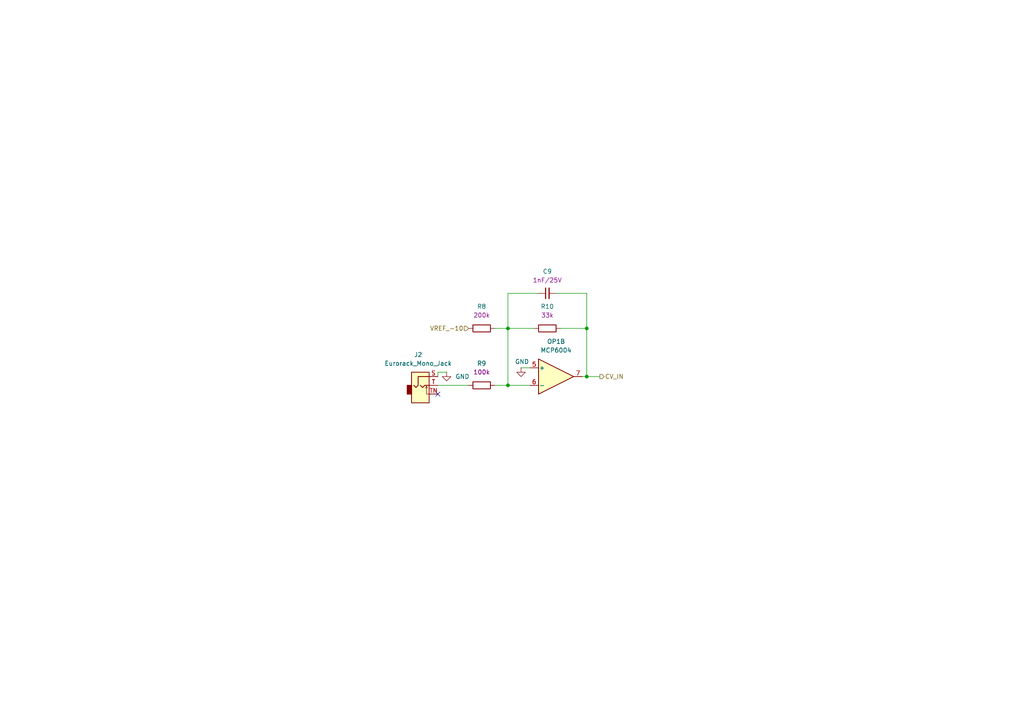
<source format=kicad_sch>
(kicad_sch (version 20250114) (generator "eeschema") (generator_version "9.0")
  (paper "A4")
  (lib_symbols
    (symbol "Lichen:100k_0603" (pin_numbers (hide yes)) (pin_names (offset 0))
      (property "Reference" "R6" (at 6.35 0 90))
      (property "Display" "100k" (at 3.81 0 90))
      (symbol "100k_0603_0_1"
        (rectangle (start -1.016 -2.54) (end 1.016 2.54) (stroke (width 0.254)))
      )
      (symbol "100k_0603_1_1"
        (pin passive line (at 0 3.81 270) (length 1.27) (name "~") (number "1"))
        (pin passive line (at 0 -3.81 90) (length 1.27) (name "~") (number "2"))
      )
    )
    (symbol "Lichen:10nF_0603_25V" (pin_numbers (hide yes)) (pin_names (offset 0.254) (hide yes))
      (property "Reference" "C5" (at 2.54 1.2638 0))
      (property "Display" "100nF" (at 2.54 -1.2762 0))
      (symbol "10nF_0603_25V_0_1"
        (polyline (pts (xy -1.524 0.508) (xy 1.524 0.508)) (stroke (width 0.3048)))
        (polyline (pts (xy -1.524 -0.508) (xy 1.524 -0.508)) (stroke (width 0.3302)))
      )
      (symbol "10nF_0603_25V_1_1"
        (pin passive line (at 0 2.54 270) (length 2.032) (name "~") (number "1"))
        (pin passive line (at 0 -2.54 90) (length 2.032) (name "~") (number "2"))
      )
    )
    (symbol "Lichen:200k_0603" (pin_numbers (hide yes)) (pin_names (offset 0))
      (property "Reference" "R3" (at 6.35 0 90))
      (property "Display" "200k" (at 3.81 0 90))
      (symbol "200k_0603_0_1"
        (rectangle (start -1.016 -2.54) (end 1.016 2.54) (stroke (width 0.254)))
      )
      (symbol "200k_0603_1_1"
        (pin passive line (at 0 3.81 270) (length 1.27) (name "~") (number "1"))
        (pin passive line (at 0 -3.81 90) (length 1.27) (name "~") (number "2"))
      )
    )
    (symbol "Lichen:33k_0603" (pin_numbers (hide yes)) (pin_names (offset 0))
      (property "Reference" "R1" (at 6.35 0 90))
      (property "Display" "33k" (at 3.81 0 90))
      (symbol "33k_0603_0_1"
        (rectangle (start -1.016 -2.54) (end 1.016 2.54) (stroke (width 0.254)))
      )
      (symbol "33k_0603_1_1"
        (pin passive line (at 0 3.81 270) (length 1.27) (name "~") (number "1"))
        (pin passive line (at 0 -3.81 90) (length 1.27) (name "~") (number "2"))
      )
    )
    (symbol "Lichen:MCP6004" (pin_names (offset 0.127))
      (property "Reference" "U3" (at 6.35 1.2701 0))
      (property "Value" "MCP6004" (at 6.35 -1.2699 0))
      (symbol "MCP6004_1_1"
        (polyline (pts (xy -5.08 5.08) (xy 5.08 0) (xy -5.08 -5.08) (xy -5.08 5.08)) (stroke (width 0.254)) (fill (type background)))
        (pin input line (at -7.62 2.54 0) (length 2.54) (name "+") (number "3"))
        (pin input line (at -7.62 -2.54 0) (length 2.54) (name "-") (number "2"))
        (pin output line (at 7.62 0 180) (length 2.54) (name "~") (number "1"))
      )
      (symbol "MCP6004_2_1"
        (polyline (pts (xy -5.08 5.08) (xy 5.08 0) (xy -5.08 -5.08) (xy -5.08 5.08)) (stroke (width 0.254)) (fill (type background)))
        (pin input line (at -7.62 2.54 0) (length 2.54) (name "+") (number "5"))
        (pin input line (at -7.62 -2.54 0) (length 2.54) (name "-") (number "6"))
        (pin output line (at 7.62 0 180) (length 2.54) (name "~") (number "7"))
      )
      (symbol "MCP6004_3_1"
        (polyline (pts (xy -5.08 5.08) (xy 5.08 0) (xy -5.08 -5.08) (xy -5.08 5.08)) (stroke (width 0.254)) (fill (type background)))
        (pin input line (at -7.62 2.54 0) (length 2.54) (name "+") (number "10"))
        (pin input line (at -7.62 -2.54 0) (length 2.54) (name "-") (number "9"))
        (pin output line (at 7.62 0 180) (length 2.54) (name "~") (number "8"))
      )
      (symbol "MCP6004_4_1"
        (polyline (pts (xy -5.08 5.08) (xy 5.08 0) (xy -5.08 -5.08) (xy -5.08 5.08)) (stroke (width 0.254)) (fill (type background)))
        (pin input line (at -7.62 2.54 0) (length 2.54) (name "+") (number "12"))
        (pin input line (at -7.62 -2.54 0) (length 2.54) (name "-") (number "13"))
        (pin output line (at 7.62 0 180) (length 2.54) (name "~") (number "14"))
      )
      (symbol "MCP6004_5_1"
        (polyline (pts (xy -5.08 5.08) (xy 5.08 0) (xy -5.08 -5.08) (xy -5.08 5.08)) (stroke (width 0.254)) (fill (type background)))
        (pin power_in line (at -2.54 7.62 270) (length 3.81) (name "V+") (number "4"))
        (pin power_in line (at -2.54 -7.62 90) (length 3.81) (name "V-") (number "11"))
      )
    )
    (symbol "power:GND" (power) (pin_numbers (hide yes)) (pin_names (offset 0) (hide yes))
      (property "Value" "GND" (at 0 -3.81 0))
      (symbol "GND_0_1"
        (polyline (pts (xy 0 0) (xy 0 -1.27) (xy 1.27 -1.27) (xy 0 -2.54) (xy -1.27 -1.27) (xy 0 -1.27)))
      )
      (symbol "GND_1_1"
        (pin power_in line (at 0 0 270) (length 0) (name "~") (number "1"))
      )
    )
    (symbol "winterbloom:Eurorack_Mono_Jack" (pin_names (hide yes))
      (property "Reference" "J" (at 3.302 -4.064 0))
      (property "Value" "Eurorack_Mono_Jack" (at 0 5.08 0))
      (symbol "Eurorack_Mono_Jack_0_1"
        (polyline (pts (xy -2.54 1.27) (xy -1.778 1.27) (xy -1.778 -1.016) (xy -1.524 -0.508)))
        (polyline (pts (xy -2.54 -3.81) (xy 0.635 -3.81) (xy 0.635 -1.27) (xy 1.27 -0.635) (xy 1.905 -1.27)) (stroke (width 0.254)))
        (rectangle (start -2.54 -5.08) (end 2.54 3.81) (stroke (width 0.254)) (fill (type background)))
        (polyline (pts (xy -1.778 -1.016) (xy -2.032 -0.508)))
        (polyline (pts (xy 0 -1.27) (xy -0.635 -0.635) (xy -1.27 -1.27) (xy -2.54 -1.27)) (stroke (width 0.254)))
        (rectangle (start 2.54 -1.27) (end 3.81 1.27) (stroke (width 0.254)) (fill (type outline)))
      )
      (symbol "Eurorack_Mono_Jack_1_1"
        (pin passive line (at -5.08 1.27 0) (length 2.54) (name "Tip_normalize") (number "TN"))
        (pin passive line (at -5.08 -1.27 0) (length 2.54) (name "Tip") (number "T"))
        (pin passive line (at -5.08 -3.81 0) (length 2.54) (name "Sleeve") (number "S"))
      )
    )
  )
  (junction (at 170.18 95.25))
  (junction (at 147.32 111.76))
  (junction (at 147.32 95.25))
  (junction (at 170.18 109.22))
  (no_connect (at 127 114.3))
  (wire (pts (xy 170.18 109.22) (xy 170.18 95.25)))
  (wire (pts (xy 161.29 85.09) (xy 170.18 85.09)))
  (wire (pts (xy 168.91 109.22) (xy 170.18 109.22)))
  (wire (pts (xy 127 107.95) (xy 129.54 107.95)))
  (wire (pts (xy 143.51 95.25) (xy 147.32 95.25)))
  (wire (pts (xy 147.32 95.25) (xy 147.32 111.76)))
  (wire (pts (xy 151.13 106.68) (xy 153.67 106.68)))
  (wire (pts (xy 143.51 111.76) (xy 147.32 111.76)))
  (wire (pts (xy 170.18 85.09) (xy 170.18 95.25)))
  (wire (pts (xy 170.18 95.25) (xy 162.56 95.25)))
  (wire (pts (xy 147.32 95.25) (xy 154.94 95.25)))
  (wire (pts (xy 127 111.76) (xy 135.89 111.76)))
  (wire (pts (xy 127 107.95) (xy 127 109.22)))
  (wire (pts (xy 147.32 111.76) (xy 153.67 111.76)))
  (wire (pts (xy 156.21 85.09) (xy 147.32 85.09)))
  (wire (pts (xy 170.18 109.22) (xy 173.99 109.22)))
  (wire (pts (xy 147.32 85.09) (xy 147.32 95.25)))
  (hierarchical_label "VREF_-10" (shape input) (at 135.89 95.25 180))
  (hierarchical_label "CV_IN" (shape output) (at 173.99 109.22 0))
  (symbol (lib_id "winterbloom:Eurorack_Mono_Jack") (at 121.92 113.03 180) (unit 1)
    (property "Reference" "J1" (at 121.285 102.87 0))
    (property "Value" "Eurorack_Mono_Jack" (at 121.285 105.41 0))
    (property "Footprint" "winterbloom:AudioJack_WQP518MA" (effects (hide yes)))
    (property "Datasheet" "http://www.qingpu-electronics.com/en/products/WQP-PJ398SM-362.html" (effects (hide yes)))
    (property "Description" "Eurorack vertical jack, 2 Poles (Mono / TS), Switched T Pole (Normalling)" (effects (hide yes)))
    (property "MPN" "WQP-WQP518MA" (effects (hide yes)))
    (instances (project "lichen-rp2350-oscillator" (path "" (reference "J2") (unit 1)) (path "" (reference "J1") (unit 1)) (path "" (reference "J6") (unit 1)) (path "" (reference "J7") (unit 1)) (path "" (reference "J5") (unit 1)) (path "" (reference "J3") (unit 1)) (path "" (reference "J4") (unit 1))))
  )
  (symbol (lib_id "power:GND") (at 129.54 107.95 0) (unit 1)
    (property "Reference" "#PWR019" (effects (hide yes)))
    (property "Value" "GND" (at 132.08 109.2199 0) (effects (justify left)))
    (property "Description" "Power symbol creates a global label with name \"GND\" , ground" (effects (hide yes)))
    (instances (project "lichen-rp2350-oscillator" (path "" (reference "#PWR021") (unit 1)) (path "" (reference "#PWR019") (unit 1)) (path "" (reference "#PWR029") (unit 1)) (path "" (reference "#PWR031") (unit 1)) (path "" (reference "#PWR027") (unit 1)) (path "" (reference "#PWR023") (unit 1)) (path "" (reference "#PWR025") (unit 1))))
  )
  (symbol (lib_id "Lichen:200k_0603") (at 139.7 95.25 90) (unit 1)
    (property "Reference" "R5" (at 139.7 88.9 90))
    (property "Value" "200k_0603" (effects (hide yes)))
    (property "Footprint" "PCM_4ms_Resistor:R_0603" (effects (hide yes)))
    (property "Datasheet" "https://www.lcsc.com/datasheet/lcsc_datasheet_2206010045_UNI-ROYAL-Uniroyal-Elec-0603WAF1003T5E_C25803.pdf" (effects (hide yes)))
    (property "Description" "200K, 1%, 1/10W, 0603" (effects (hide yes)))
    (property "Specifications" "200K, 1%, 1/10W, 0603" (effects (hide yes)))
    (property "Manufacturer" "UNI-ROYAL" (effects (hide yes)))
    (property "Part Number" "0603WAF2003T5E" (effects (hide yes)))
    (property "Display" "200k" (at 139.7 91.44 90))
    (property "LCSC" "C25811" (effects (hide yes)))
    (instances (project "lichen-rp2350-oscillator" (path "" (reference "R8") (unit 1)) (path "" (reference "R5") (unit 1)) (path "" (reference "R20") (unit 1)) (path "" (reference "R23") (unit 1)) (path "" (reference "R17") (unit 1)) (path "" (reference "R11") (unit 1)) (path "" (reference "R14") (unit 1))))
  )
  (symbol (lib_id "Lichen:100k_0603") (at 139.7 111.76 270) (unit 1)
    (property "Reference" "R6" (at 139.7 105.41 90))
    (property "Value" "100k_0603" (effects (hide yes)))
    (property "Footprint" "PCM_4ms_Resistor:R_0603" (effects (hide yes)))
    (property "Datasheet" "https://www.lcsc.com/datasheet/lcsc_datasheet_2206010045_UNI-ROYAL-Uniroyal-Elec-0603WAF1003T5E_C25803.pdf" (effects (hide yes)))
    (property "Description" "100K, 1%, 1/10W, 0603" (effects (hide yes)))
    (property "Specifications" "100K, 1%, 1/10W, 0603" (effects (hide yes)))
    (property "Manufacturer" "UNI-ROYAL" (effects (hide yes)))
    (property "Part Number" "0603WAF1003T5E" (effects (hide yes)))
    (property "Display" "100k" (at 139.7 107.95 90))
    (property "LCSC" "C25803" (effects (hide yes)))
    (instances (project "lichen-rp2350-oscillator" (path "" (reference "R9") (unit 1)) (path "" (reference "R6") (unit 1)) (path "" (reference "R21") (unit 1)) (path "" (reference "R24") (unit 1)) (path "" (reference "R18") (unit 1)) (path "" (reference "R12") (unit 1)) (path "" (reference "R15") (unit 1))))
  )
  (symbol (lib_id "Lichen:33k_0603") (at 158.75 95.25 90) (unit 1)
    (property "Reference" "R7" (at 158.75 88.9 90))
    (property "Value" "33k_0603" (effects (hide yes)))
    (property "Footprint" "PCM_4ms_Resistor:R_0603" (effects (hide yes)))
    (property "Description" "33K, 1%, 1/10W, 0603" (effects (hide yes)))
    (property "Specifications" "33K, 1%, 1/10W, 0603" (effects (hide yes)))
    (property "Manufacturer" "UNI-ROYAL" (effects (hide yes)))
    (property "Part Number" "0603WAF3302T5E" (effects (hide yes)))
    (property "Display" "33k" (at 158.75 91.44 90))
    (property "LCSC" "C4216" (effects (hide yes)))
    (instances (project "lichen-rp2350-oscillator" (path "" (reference "R10") (unit 1)) (path "" (reference "R7") (unit 1)) (path "" (reference "R22") (unit 1)) (path "" (reference "R25") (unit 1)) (path "" (reference "R19") (unit 1)) (path "" (reference "R13") (unit 1)) (path "" (reference "R16") (unit 1))))
  )
  (symbol (lib_id "Lichen:MCP6004") (at 161.29 109.22 0) (unit 1)
    (property "Reference" "OP1" (at 161.29 99.06 0))
    (property "Value" "MCP6004" (at 161.29 101.6 0))
    (property "Footprint" "Package_SO:TSSOP-14_4.4x5mm_P0.65mm" (effects (hide yes)))
    (property "Datasheet" "http://datasheet.octopart.com/MCP6001T-I/OT-Microchip-datasheet-8823409.pdf" (effects (hide yes)))
    (property "Description" "Low-Power, Quad-Operational Amplifiers, TSSOP-14" (effects (hide yes)))
    (property "Manufacturer" "Microchip Tech" (effects (hide yes)))
    (property "Part Number" "MCP6004T-I/ST" (effects (hide yes)))
    (property "LCSC" "C50282" (effects (hide yes)))
    (instances (project "lichen-rp2350-oscillator" (path "" (reference "OP1") (unit 2)) (path "" (reference "OP1") (unit 1)) (path "" (reference "OP2") (unit 2)) (path "" (reference "OP2") (unit 3)) (path "" (reference "OP2") (unit 1)) (path "" (reference "OP1") (unit 3)) (path "" (reference "OP1") (unit 4))))
  )
  (symbol (lib_id "power:GND") (at 151.13 106.68 0) (unit 1)
    (property "Reference" "#PWR020" (effects (hide yes)))
    (property "Value" "GND" (at 149.352 104.902 0) (effects (justify left)))
    (property "Description" "Power symbol creates a global label with name \"GND\" , ground" (effects (hide yes)))
    (instances (project "lichen-rp2350-oscillator" (path "" (reference "#PWR022") (unit 1)) (path "" (reference "#PWR020") (unit 1)) (path "" (reference "#PWR030") (unit 1)) (path "" (reference "#PWR032") (unit 1)) (path "" (reference "#PWR028") (unit 1)) (path "" (reference "#PWR024") (unit 1)) (path "" (reference "#PWR026") (unit 1))))
  )
  (symbol (lib_id "Lichen:10nF_0603_25V") (at 158.75 85.09 90) (unit 1)
    (property "Reference" "C8" (at 158.7563 78.74 90))
    (property "Value" "1nF_0603_16V" (effects (hide yes)))
    (property "Footprint" "PCM_4ms_Capacitor:C_0603" (effects (hide yes)))
    (property "Description" "25V 1nF C0G ±5% 0603 MLCC" (effects (hide yes)))
    (property "Specifications" "25V 1nF C0G ±5% 0603 MLCC" (effects (hide yes)))
    (property "Manufacturer" "Samsung Electro-Mechanics" (effects (hide yes)))
    (property "Part Number" "CL10C102JA8NNNC" (effects (hide yes)))
    (property "Display" "1nF/25V" (at 158.7563 81.28 90))
    (property "LCSC" "C2839443" (effects (hide yes)))
    (instances (project "lichen-rp2350-oscillator" (path "" (reference "C9") (unit 1)) (path "" (reference "C8") (unit 1)) (path "" (reference "C13") (unit 1)) (path "" (reference "C14") (unit 1)) (path "" (reference "C12") (unit 1)) (path "" (reference "C10") (unit 1)) (path "" (reference "C11") (unit 1))))
  )
)
</source>
